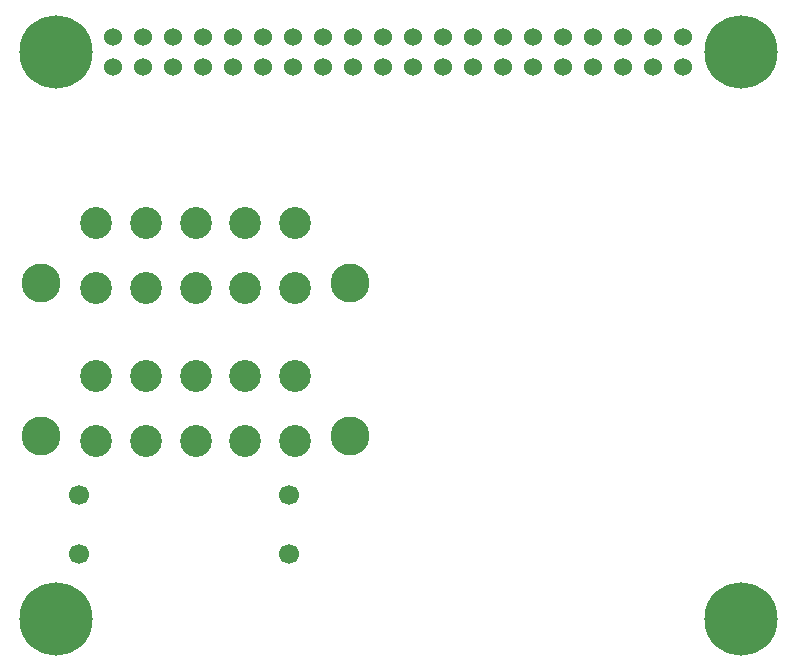
<source format=gbs>
%FSLAX46Y46*%
G04 Gerber Fmt 4.6, Leading zero omitted, Abs format (unit mm)*
G04 Created by KiCad (PCBNEW (2014-10-27 BZR 5228)-product) date 5/29/2015 4:18:03 PM*
%MOMM*%
G01*
G04 APERTURE LIST*
%ADD10C,0.100000*%
%ADD11C,6.200000*%
%ADD12C,1.524000*%
%ADD13C,2.700000*%
%ADD14C,3.300000*%
%ADD15C,1.700000*%
G04 APERTURE END LIST*
D10*
D11*
X182455000Y-150552500D03*
X240455000Y-150552500D03*
X240455000Y-102552500D03*
X182455000Y-102552500D03*
D12*
X187325000Y-103822500D03*
X189865000Y-103822500D03*
X189865000Y-101282500D03*
X192405000Y-103822500D03*
X192405000Y-101282500D03*
X194945000Y-103822500D03*
X194945000Y-101282500D03*
X197485000Y-103822500D03*
X197485000Y-101282500D03*
X200025000Y-103822500D03*
X200025000Y-101282500D03*
X202565000Y-103822500D03*
X202565000Y-101282500D03*
X205105000Y-103822500D03*
X205105000Y-101282500D03*
X207645000Y-103822500D03*
X207645000Y-101282500D03*
X210185000Y-103822500D03*
X210185000Y-101282500D03*
X212725000Y-103822500D03*
X212725000Y-101282500D03*
X215265000Y-103822500D03*
X215265000Y-101282500D03*
X217805000Y-103822500D03*
X217805000Y-101282500D03*
X220345000Y-103822500D03*
X220345000Y-101282500D03*
X222885000Y-103822500D03*
X222885000Y-101282500D03*
X225425000Y-103822500D03*
X225425000Y-101282500D03*
X227965000Y-103822500D03*
X227965000Y-101282500D03*
X230505000Y-103822500D03*
X230505000Y-101282500D03*
X233045000Y-103822500D03*
X233045000Y-101282500D03*
X235585000Y-103822500D03*
X235585000Y-101282500D03*
X187325000Y-101282500D03*
D13*
X194310000Y-129965000D03*
X194310000Y-135465000D03*
X198510000Y-129965000D03*
X198510000Y-135465000D03*
X202710000Y-129965000D03*
X202710000Y-135465000D03*
X190110000Y-135465000D03*
X190110000Y-129965000D03*
X185910000Y-135465000D03*
X185910000Y-129965000D03*
D14*
X207410000Y-135005000D03*
X181210000Y-135005000D03*
D13*
X194319000Y-116996501D03*
X194319000Y-122496501D03*
X198519000Y-116996501D03*
X198519000Y-122496501D03*
X202719000Y-116996501D03*
X202719000Y-122496501D03*
X190119000Y-122496501D03*
X190119000Y-116996501D03*
X185919000Y-122496501D03*
X185919000Y-116996501D03*
D14*
X207419000Y-122036501D03*
X181219000Y-122036501D03*
D15*
X184457500Y-140057500D03*
X184457500Y-145057500D03*
X202257500Y-145057500D03*
X202257500Y-140057500D03*
M02*

</source>
